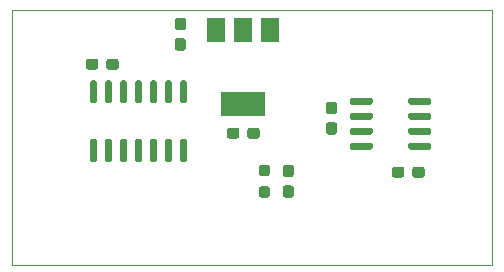
<source format=gbr>
%TF.GenerationSoftware,KiCad,Pcbnew,(5.1.8)-1*%
%TF.CreationDate,2021-01-01T08:41:17+08:00*%
%TF.ProjectId,MCP2517FD-Breakout,4d435032-3531-4374-9644-2d427265616b,rev?*%
%TF.SameCoordinates,Original*%
%TF.FileFunction,Paste,Top*%
%TF.FilePolarity,Positive*%
%FSLAX46Y46*%
G04 Gerber Fmt 4.6, Leading zero omitted, Abs format (unit mm)*
G04 Created by KiCad (PCBNEW (5.1.8)-1) date 2021-01-01 08:41:17*
%MOMM*%
%LPD*%
G01*
G04 APERTURE LIST*
%TA.AperFunction,Profile*%
%ADD10C,0.050000*%
%TD*%
%ADD11R,1.500000X2.000000*%
%ADD12R,3.800000X2.000000*%
G04 APERTURE END LIST*
D10*
X157480000Y-86360000D02*
X157480000Y-107950000D01*
X119888000Y-86360000D02*
X116840000Y-86360000D01*
X157480000Y-86360000D02*
X119888000Y-86360000D01*
X126746000Y-107950000D02*
X157480000Y-107950000D01*
X116840000Y-107950000D02*
X126746000Y-107950000D01*
X116840000Y-86360000D02*
X116840000Y-107950000D01*
%TO.C,U3*%
G36*
G01*
X150364000Y-94221000D02*
X150364000Y-93921000D01*
G75*
G02*
X150514000Y-93771000I150000J0D01*
G01*
X152164000Y-93771000D01*
G75*
G02*
X152314000Y-93921000I0J-150000D01*
G01*
X152314000Y-94221000D01*
G75*
G02*
X152164000Y-94371000I-150000J0D01*
G01*
X150514000Y-94371000D01*
G75*
G02*
X150364000Y-94221000I0J150000D01*
G01*
G37*
G36*
G01*
X150364000Y-95491000D02*
X150364000Y-95191000D01*
G75*
G02*
X150514000Y-95041000I150000J0D01*
G01*
X152164000Y-95041000D01*
G75*
G02*
X152314000Y-95191000I0J-150000D01*
G01*
X152314000Y-95491000D01*
G75*
G02*
X152164000Y-95641000I-150000J0D01*
G01*
X150514000Y-95641000D01*
G75*
G02*
X150364000Y-95491000I0J150000D01*
G01*
G37*
G36*
G01*
X150364000Y-96761000D02*
X150364000Y-96461000D01*
G75*
G02*
X150514000Y-96311000I150000J0D01*
G01*
X152164000Y-96311000D01*
G75*
G02*
X152314000Y-96461000I0J-150000D01*
G01*
X152314000Y-96761000D01*
G75*
G02*
X152164000Y-96911000I-150000J0D01*
G01*
X150514000Y-96911000D01*
G75*
G02*
X150364000Y-96761000I0J150000D01*
G01*
G37*
G36*
G01*
X150364000Y-98031000D02*
X150364000Y-97731000D01*
G75*
G02*
X150514000Y-97581000I150000J0D01*
G01*
X152164000Y-97581000D01*
G75*
G02*
X152314000Y-97731000I0J-150000D01*
G01*
X152314000Y-98031000D01*
G75*
G02*
X152164000Y-98181000I-150000J0D01*
G01*
X150514000Y-98181000D01*
G75*
G02*
X150364000Y-98031000I0J150000D01*
G01*
G37*
G36*
G01*
X145414000Y-98031000D02*
X145414000Y-97731000D01*
G75*
G02*
X145564000Y-97581000I150000J0D01*
G01*
X147214000Y-97581000D01*
G75*
G02*
X147364000Y-97731000I0J-150000D01*
G01*
X147364000Y-98031000D01*
G75*
G02*
X147214000Y-98181000I-150000J0D01*
G01*
X145564000Y-98181000D01*
G75*
G02*
X145414000Y-98031000I0J150000D01*
G01*
G37*
G36*
G01*
X145414000Y-96761000D02*
X145414000Y-96461000D01*
G75*
G02*
X145564000Y-96311000I150000J0D01*
G01*
X147214000Y-96311000D01*
G75*
G02*
X147364000Y-96461000I0J-150000D01*
G01*
X147364000Y-96761000D01*
G75*
G02*
X147214000Y-96911000I-150000J0D01*
G01*
X145564000Y-96911000D01*
G75*
G02*
X145414000Y-96761000I0J150000D01*
G01*
G37*
G36*
G01*
X145414000Y-95491000D02*
X145414000Y-95191000D01*
G75*
G02*
X145564000Y-95041000I150000J0D01*
G01*
X147214000Y-95041000D01*
G75*
G02*
X147364000Y-95191000I0J-150000D01*
G01*
X147364000Y-95491000D01*
G75*
G02*
X147214000Y-95641000I-150000J0D01*
G01*
X145564000Y-95641000D01*
G75*
G02*
X145414000Y-95491000I0J150000D01*
G01*
G37*
G36*
G01*
X145414000Y-94221000D02*
X145414000Y-93921000D01*
G75*
G02*
X145564000Y-93771000I150000J0D01*
G01*
X147214000Y-93771000D01*
G75*
G02*
X147364000Y-93921000I0J-150000D01*
G01*
X147364000Y-94221000D01*
G75*
G02*
X147214000Y-94371000I-150000J0D01*
G01*
X145564000Y-94371000D01*
G75*
G02*
X145414000Y-94221000I0J150000D01*
G01*
G37*
%TD*%
D11*
%TO.C,U2*%
X138698000Y-88036000D03*
X134098000Y-88036000D03*
X136398000Y-88036000D03*
D12*
X136398000Y-94336000D03*
%TD*%
%TO.C,U1*%
G36*
G01*
X123848000Y-94258000D02*
X123548000Y-94258000D01*
G75*
G02*
X123398000Y-94108000I0J150000D01*
G01*
X123398000Y-92458000D01*
G75*
G02*
X123548000Y-92308000I150000J0D01*
G01*
X123848000Y-92308000D01*
G75*
G02*
X123998000Y-92458000I0J-150000D01*
G01*
X123998000Y-94108000D01*
G75*
G02*
X123848000Y-94258000I-150000J0D01*
G01*
G37*
G36*
G01*
X125118000Y-94258000D02*
X124818000Y-94258000D01*
G75*
G02*
X124668000Y-94108000I0J150000D01*
G01*
X124668000Y-92458000D01*
G75*
G02*
X124818000Y-92308000I150000J0D01*
G01*
X125118000Y-92308000D01*
G75*
G02*
X125268000Y-92458000I0J-150000D01*
G01*
X125268000Y-94108000D01*
G75*
G02*
X125118000Y-94258000I-150000J0D01*
G01*
G37*
G36*
G01*
X126388000Y-94258000D02*
X126088000Y-94258000D01*
G75*
G02*
X125938000Y-94108000I0J150000D01*
G01*
X125938000Y-92458000D01*
G75*
G02*
X126088000Y-92308000I150000J0D01*
G01*
X126388000Y-92308000D01*
G75*
G02*
X126538000Y-92458000I0J-150000D01*
G01*
X126538000Y-94108000D01*
G75*
G02*
X126388000Y-94258000I-150000J0D01*
G01*
G37*
G36*
G01*
X127658000Y-94258000D02*
X127358000Y-94258000D01*
G75*
G02*
X127208000Y-94108000I0J150000D01*
G01*
X127208000Y-92458000D01*
G75*
G02*
X127358000Y-92308000I150000J0D01*
G01*
X127658000Y-92308000D01*
G75*
G02*
X127808000Y-92458000I0J-150000D01*
G01*
X127808000Y-94108000D01*
G75*
G02*
X127658000Y-94258000I-150000J0D01*
G01*
G37*
G36*
G01*
X128928000Y-94258000D02*
X128628000Y-94258000D01*
G75*
G02*
X128478000Y-94108000I0J150000D01*
G01*
X128478000Y-92458000D01*
G75*
G02*
X128628000Y-92308000I150000J0D01*
G01*
X128928000Y-92308000D01*
G75*
G02*
X129078000Y-92458000I0J-150000D01*
G01*
X129078000Y-94108000D01*
G75*
G02*
X128928000Y-94258000I-150000J0D01*
G01*
G37*
G36*
G01*
X130198000Y-94258000D02*
X129898000Y-94258000D01*
G75*
G02*
X129748000Y-94108000I0J150000D01*
G01*
X129748000Y-92458000D01*
G75*
G02*
X129898000Y-92308000I150000J0D01*
G01*
X130198000Y-92308000D01*
G75*
G02*
X130348000Y-92458000I0J-150000D01*
G01*
X130348000Y-94108000D01*
G75*
G02*
X130198000Y-94258000I-150000J0D01*
G01*
G37*
G36*
G01*
X131468000Y-94258000D02*
X131168000Y-94258000D01*
G75*
G02*
X131018000Y-94108000I0J150000D01*
G01*
X131018000Y-92458000D01*
G75*
G02*
X131168000Y-92308000I150000J0D01*
G01*
X131468000Y-92308000D01*
G75*
G02*
X131618000Y-92458000I0J-150000D01*
G01*
X131618000Y-94108000D01*
G75*
G02*
X131468000Y-94258000I-150000J0D01*
G01*
G37*
G36*
G01*
X131468000Y-99208000D02*
X131168000Y-99208000D01*
G75*
G02*
X131018000Y-99058000I0J150000D01*
G01*
X131018000Y-97408000D01*
G75*
G02*
X131168000Y-97258000I150000J0D01*
G01*
X131468000Y-97258000D01*
G75*
G02*
X131618000Y-97408000I0J-150000D01*
G01*
X131618000Y-99058000D01*
G75*
G02*
X131468000Y-99208000I-150000J0D01*
G01*
G37*
G36*
G01*
X130198000Y-99208000D02*
X129898000Y-99208000D01*
G75*
G02*
X129748000Y-99058000I0J150000D01*
G01*
X129748000Y-97408000D01*
G75*
G02*
X129898000Y-97258000I150000J0D01*
G01*
X130198000Y-97258000D01*
G75*
G02*
X130348000Y-97408000I0J-150000D01*
G01*
X130348000Y-99058000D01*
G75*
G02*
X130198000Y-99208000I-150000J0D01*
G01*
G37*
G36*
G01*
X128928000Y-99208000D02*
X128628000Y-99208000D01*
G75*
G02*
X128478000Y-99058000I0J150000D01*
G01*
X128478000Y-97408000D01*
G75*
G02*
X128628000Y-97258000I150000J0D01*
G01*
X128928000Y-97258000D01*
G75*
G02*
X129078000Y-97408000I0J-150000D01*
G01*
X129078000Y-99058000D01*
G75*
G02*
X128928000Y-99208000I-150000J0D01*
G01*
G37*
G36*
G01*
X127658000Y-99208000D02*
X127358000Y-99208000D01*
G75*
G02*
X127208000Y-99058000I0J150000D01*
G01*
X127208000Y-97408000D01*
G75*
G02*
X127358000Y-97258000I150000J0D01*
G01*
X127658000Y-97258000D01*
G75*
G02*
X127808000Y-97408000I0J-150000D01*
G01*
X127808000Y-99058000D01*
G75*
G02*
X127658000Y-99208000I-150000J0D01*
G01*
G37*
G36*
G01*
X126388000Y-99208000D02*
X126088000Y-99208000D01*
G75*
G02*
X125938000Y-99058000I0J150000D01*
G01*
X125938000Y-97408000D01*
G75*
G02*
X126088000Y-97258000I150000J0D01*
G01*
X126388000Y-97258000D01*
G75*
G02*
X126538000Y-97408000I0J-150000D01*
G01*
X126538000Y-99058000D01*
G75*
G02*
X126388000Y-99208000I-150000J0D01*
G01*
G37*
G36*
G01*
X125118000Y-99208000D02*
X124818000Y-99208000D01*
G75*
G02*
X124668000Y-99058000I0J150000D01*
G01*
X124668000Y-97408000D01*
G75*
G02*
X124818000Y-97258000I150000J0D01*
G01*
X125118000Y-97258000D01*
G75*
G02*
X125268000Y-97408000I0J-150000D01*
G01*
X125268000Y-99058000D01*
G75*
G02*
X125118000Y-99208000I-150000J0D01*
G01*
G37*
G36*
G01*
X123848000Y-99208000D02*
X123548000Y-99208000D01*
G75*
G02*
X123398000Y-99058000I0J150000D01*
G01*
X123398000Y-97408000D01*
G75*
G02*
X123548000Y-97258000I150000J0D01*
G01*
X123848000Y-97258000D01*
G75*
G02*
X123998000Y-97408000I0J-150000D01*
G01*
X123998000Y-99058000D01*
G75*
G02*
X123848000Y-99208000I-150000J0D01*
G01*
G37*
%TD*%
%TO.C,R1*%
G36*
G01*
X138413500Y-100413000D02*
X137938500Y-100413000D01*
G75*
G02*
X137701000Y-100175500I0J237500D01*
G01*
X137701000Y-99675500D01*
G75*
G02*
X137938500Y-99438000I237500J0D01*
G01*
X138413500Y-99438000D01*
G75*
G02*
X138651000Y-99675500I0J-237500D01*
G01*
X138651000Y-100175500D01*
G75*
G02*
X138413500Y-100413000I-237500J0D01*
G01*
G37*
G36*
G01*
X138413500Y-102238000D02*
X137938500Y-102238000D01*
G75*
G02*
X137701000Y-102000500I0J237500D01*
G01*
X137701000Y-101500500D01*
G75*
G02*
X137938500Y-101263000I237500J0D01*
G01*
X138413500Y-101263000D01*
G75*
G02*
X138651000Y-101500500I0J-237500D01*
G01*
X138651000Y-102000500D01*
G75*
G02*
X138413500Y-102238000I-237500J0D01*
G01*
G37*
%TD*%
%TO.C,D1*%
G36*
G01*
X140445500Y-100488000D02*
X139970500Y-100488000D01*
G75*
G02*
X139733000Y-100250500I0J237500D01*
G01*
X139733000Y-99675500D01*
G75*
G02*
X139970500Y-99438000I237500J0D01*
G01*
X140445500Y-99438000D01*
G75*
G02*
X140683000Y-99675500I0J-237500D01*
G01*
X140683000Y-100250500D01*
G75*
G02*
X140445500Y-100488000I-237500J0D01*
G01*
G37*
G36*
G01*
X140445500Y-102238000D02*
X139970500Y-102238000D01*
G75*
G02*
X139733000Y-102000500I0J237500D01*
G01*
X139733000Y-101425500D01*
G75*
G02*
X139970500Y-101188000I237500J0D01*
G01*
X140445500Y-101188000D01*
G75*
G02*
X140683000Y-101425500I0J-237500D01*
G01*
X140683000Y-102000500D01*
G75*
G02*
X140445500Y-102238000I-237500J0D01*
G01*
G37*
%TD*%
%TO.C,C7*%
G36*
G01*
X144101500Y-95179000D02*
X143626500Y-95179000D01*
G75*
G02*
X143389000Y-94941500I0J237500D01*
G01*
X143389000Y-94341500D01*
G75*
G02*
X143626500Y-94104000I237500J0D01*
G01*
X144101500Y-94104000D01*
G75*
G02*
X144339000Y-94341500I0J-237500D01*
G01*
X144339000Y-94941500D01*
G75*
G02*
X144101500Y-95179000I-237500J0D01*
G01*
G37*
G36*
G01*
X144101500Y-96904000D02*
X143626500Y-96904000D01*
G75*
G02*
X143389000Y-96666500I0J237500D01*
G01*
X143389000Y-96066500D01*
G75*
G02*
X143626500Y-95829000I237500J0D01*
G01*
X144101500Y-95829000D01*
G75*
G02*
X144339000Y-96066500I0J-237500D01*
G01*
X144339000Y-96666500D01*
G75*
G02*
X144101500Y-96904000I-237500J0D01*
G01*
G37*
%TD*%
%TO.C,C6*%
G36*
G01*
X124785000Y-91169500D02*
X124785000Y-90694500D01*
G75*
G02*
X125022500Y-90457000I237500J0D01*
G01*
X125622500Y-90457000D01*
G75*
G02*
X125860000Y-90694500I0J-237500D01*
G01*
X125860000Y-91169500D01*
G75*
G02*
X125622500Y-91407000I-237500J0D01*
G01*
X125022500Y-91407000D01*
G75*
G02*
X124785000Y-91169500I0J237500D01*
G01*
G37*
G36*
G01*
X123060000Y-91169500D02*
X123060000Y-90694500D01*
G75*
G02*
X123297500Y-90457000I237500J0D01*
G01*
X123897500Y-90457000D01*
G75*
G02*
X124135000Y-90694500I0J-237500D01*
G01*
X124135000Y-91169500D01*
G75*
G02*
X123897500Y-91407000I-237500J0D01*
G01*
X123297500Y-91407000D01*
G75*
G02*
X123060000Y-91169500I0J237500D01*
G01*
G37*
%TD*%
%TO.C,C5*%
G36*
G01*
X136723000Y-97011500D02*
X136723000Y-96536500D01*
G75*
G02*
X136960500Y-96299000I237500J0D01*
G01*
X137560500Y-96299000D01*
G75*
G02*
X137798000Y-96536500I0J-237500D01*
G01*
X137798000Y-97011500D01*
G75*
G02*
X137560500Y-97249000I-237500J0D01*
G01*
X136960500Y-97249000D01*
G75*
G02*
X136723000Y-97011500I0J237500D01*
G01*
G37*
G36*
G01*
X134998000Y-97011500D02*
X134998000Y-96536500D01*
G75*
G02*
X135235500Y-96299000I237500J0D01*
G01*
X135835500Y-96299000D01*
G75*
G02*
X136073000Y-96536500I0J-237500D01*
G01*
X136073000Y-97011500D01*
G75*
G02*
X135835500Y-97249000I-237500J0D01*
G01*
X135235500Y-97249000D01*
G75*
G02*
X134998000Y-97011500I0J237500D01*
G01*
G37*
%TD*%
%TO.C,C4*%
G36*
G01*
X130826500Y-88717000D02*
X131301500Y-88717000D01*
G75*
G02*
X131539000Y-88954500I0J-237500D01*
G01*
X131539000Y-89554500D01*
G75*
G02*
X131301500Y-89792000I-237500J0D01*
G01*
X130826500Y-89792000D01*
G75*
G02*
X130589000Y-89554500I0J237500D01*
G01*
X130589000Y-88954500D01*
G75*
G02*
X130826500Y-88717000I237500J0D01*
G01*
G37*
G36*
G01*
X130826500Y-86992000D02*
X131301500Y-86992000D01*
G75*
G02*
X131539000Y-87229500I0J-237500D01*
G01*
X131539000Y-87829500D01*
G75*
G02*
X131301500Y-88067000I-237500J0D01*
G01*
X130826500Y-88067000D01*
G75*
G02*
X130589000Y-87829500I0J237500D01*
G01*
X130589000Y-87229500D01*
G75*
G02*
X130826500Y-86992000I237500J0D01*
G01*
G37*
%TD*%
%TO.C,C1*%
G36*
G01*
X150043000Y-99838500D02*
X150043000Y-100313500D01*
G75*
G02*
X149805500Y-100551000I-237500J0D01*
G01*
X149205500Y-100551000D01*
G75*
G02*
X148968000Y-100313500I0J237500D01*
G01*
X148968000Y-99838500D01*
G75*
G02*
X149205500Y-99601000I237500J0D01*
G01*
X149805500Y-99601000D01*
G75*
G02*
X150043000Y-99838500I0J-237500D01*
G01*
G37*
G36*
G01*
X151768000Y-99838500D02*
X151768000Y-100313500D01*
G75*
G02*
X151530500Y-100551000I-237500J0D01*
G01*
X150930500Y-100551000D01*
G75*
G02*
X150693000Y-100313500I0J237500D01*
G01*
X150693000Y-99838500D01*
G75*
G02*
X150930500Y-99601000I237500J0D01*
G01*
X151530500Y-99601000D01*
G75*
G02*
X151768000Y-99838500I0J-237500D01*
G01*
G37*
%TD*%
M02*

</source>
